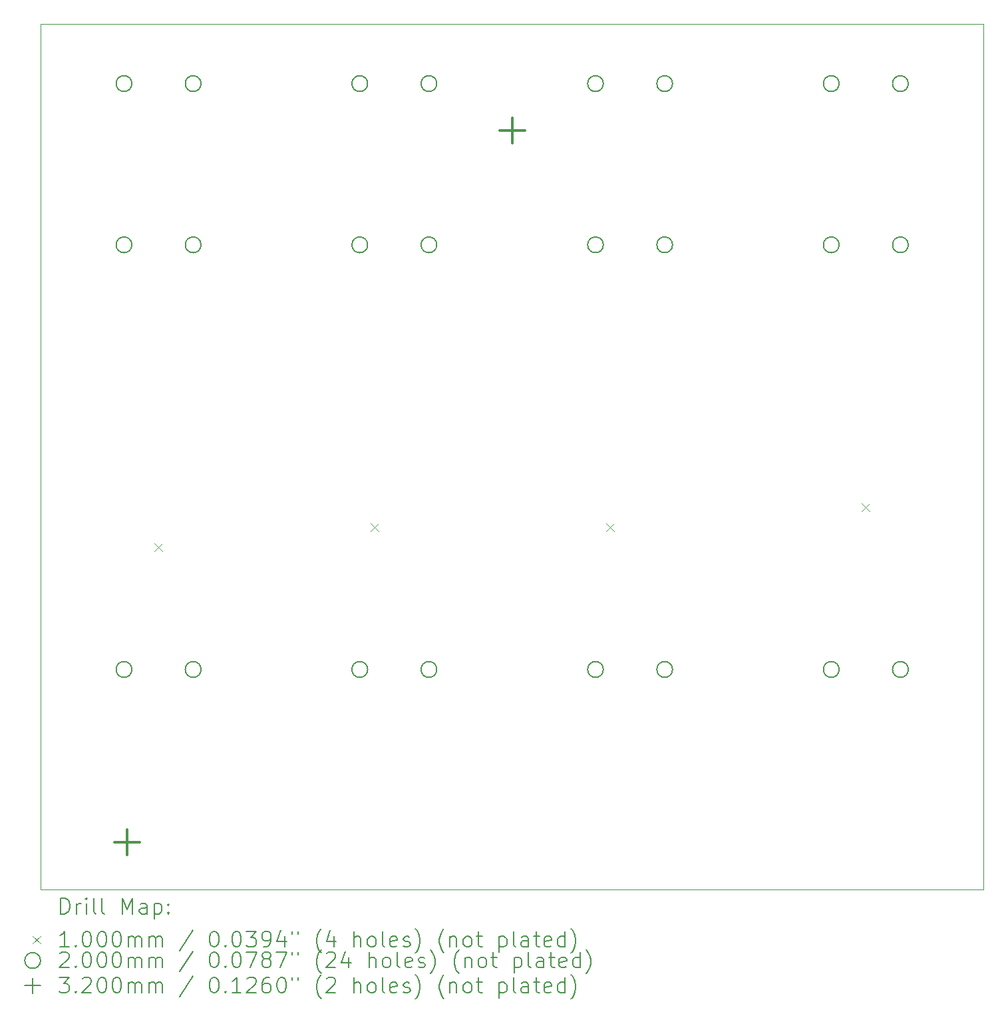
<source format=gbr>
%FSLAX45Y45*%
G04 Gerber Fmt 4.5, Leading zero omitted, Abs format (unit mm)*
G04 Created by KiCad (PCBNEW (6.0.6)) date 2022-10-26 08:52:09*
%MOMM*%
%LPD*%
G01*
G04 APERTURE LIST*
%TA.AperFunction,Profile*%
%ADD10C,0.050000*%
%TD*%
%ADD11C,0.200000*%
%ADD12C,0.100000*%
%ADD13C,0.320000*%
G04 APERTURE END LIST*
D10*
X7350000Y-3100000D02*
X19350000Y-3100000D01*
X19350000Y-3100000D02*
X19350000Y-14100000D01*
X7350000Y-3100000D02*
X7350000Y-14100000D01*
X7350000Y-14100000D02*
X19350000Y-14100000D01*
D11*
D12*
X8800000Y-9704000D02*
X8900000Y-9804000D01*
X8900000Y-9704000D02*
X8800000Y-9804000D01*
X11546000Y-9450000D02*
X11646000Y-9550000D01*
X11646000Y-9450000D02*
X11546000Y-9550000D01*
X14546000Y-9450000D02*
X14646000Y-9550000D01*
X14646000Y-9450000D02*
X14546000Y-9550000D01*
X17800000Y-9196000D02*
X17900000Y-9296000D01*
X17900000Y-9196000D02*
X17800000Y-9296000D01*
D11*
X8510000Y-3855000D02*
G75*
G03*
X8510000Y-3855000I-100000J0D01*
G01*
X8510000Y-5905000D02*
G75*
G03*
X8510000Y-5905000I-100000J0D01*
G01*
X8510000Y-11305000D02*
G75*
G03*
X8510000Y-11305000I-100000J0D01*
G01*
X9390000Y-3855000D02*
G75*
G03*
X9390000Y-3855000I-100000J0D01*
G01*
X9390000Y-5905000D02*
G75*
G03*
X9390000Y-5905000I-100000J0D01*
G01*
X9390000Y-11305000D02*
G75*
G03*
X9390000Y-11305000I-100000J0D01*
G01*
X11510000Y-3855000D02*
G75*
G03*
X11510000Y-3855000I-100000J0D01*
G01*
X11510000Y-5905000D02*
G75*
G03*
X11510000Y-5905000I-100000J0D01*
G01*
X11510000Y-11305000D02*
G75*
G03*
X11510000Y-11305000I-100000J0D01*
G01*
X12390000Y-3855000D02*
G75*
G03*
X12390000Y-3855000I-100000J0D01*
G01*
X12390000Y-5905000D02*
G75*
G03*
X12390000Y-5905000I-100000J0D01*
G01*
X12390000Y-11305000D02*
G75*
G03*
X12390000Y-11305000I-100000J0D01*
G01*
X14510000Y-3855000D02*
G75*
G03*
X14510000Y-3855000I-100000J0D01*
G01*
X14510000Y-5905000D02*
G75*
G03*
X14510000Y-5905000I-100000J0D01*
G01*
X14510000Y-11305000D02*
G75*
G03*
X14510000Y-11305000I-100000J0D01*
G01*
X15390000Y-3855000D02*
G75*
G03*
X15390000Y-3855000I-100000J0D01*
G01*
X15390000Y-5905000D02*
G75*
G03*
X15390000Y-5905000I-100000J0D01*
G01*
X15390000Y-11305000D02*
G75*
G03*
X15390000Y-11305000I-100000J0D01*
G01*
X17510000Y-3855000D02*
G75*
G03*
X17510000Y-3855000I-100000J0D01*
G01*
X17510000Y-5905000D02*
G75*
G03*
X17510000Y-5905000I-100000J0D01*
G01*
X17510000Y-11305000D02*
G75*
G03*
X17510000Y-11305000I-100000J0D01*
G01*
X18390000Y-3855000D02*
G75*
G03*
X18390000Y-3855000I-100000J0D01*
G01*
X18390000Y-5905000D02*
G75*
G03*
X18390000Y-5905000I-100000J0D01*
G01*
X18390000Y-11305000D02*
G75*
G03*
X18390000Y-11305000I-100000J0D01*
G01*
D13*
X8450000Y-13340000D02*
X8450000Y-13660000D01*
X8290000Y-13500000D02*
X8610000Y-13500000D01*
X13350000Y-4290000D02*
X13350000Y-4610000D01*
X13190000Y-4450000D02*
X13510000Y-4450000D01*
D11*
X7605119Y-14412976D02*
X7605119Y-14212976D01*
X7652738Y-14212976D01*
X7681309Y-14222500D01*
X7700357Y-14241548D01*
X7709881Y-14260595D01*
X7719405Y-14298690D01*
X7719405Y-14327262D01*
X7709881Y-14365357D01*
X7700357Y-14384405D01*
X7681309Y-14403452D01*
X7652738Y-14412976D01*
X7605119Y-14412976D01*
X7805119Y-14412976D02*
X7805119Y-14279643D01*
X7805119Y-14317738D02*
X7814643Y-14298690D01*
X7824167Y-14289167D01*
X7843214Y-14279643D01*
X7862262Y-14279643D01*
X7928928Y-14412976D02*
X7928928Y-14279643D01*
X7928928Y-14212976D02*
X7919405Y-14222500D01*
X7928928Y-14232024D01*
X7938452Y-14222500D01*
X7928928Y-14212976D01*
X7928928Y-14232024D01*
X8052738Y-14412976D02*
X8033690Y-14403452D01*
X8024167Y-14384405D01*
X8024167Y-14212976D01*
X8157500Y-14412976D02*
X8138452Y-14403452D01*
X8128928Y-14384405D01*
X8128928Y-14212976D01*
X8386071Y-14412976D02*
X8386071Y-14212976D01*
X8452738Y-14355833D01*
X8519405Y-14212976D01*
X8519405Y-14412976D01*
X8700357Y-14412976D02*
X8700357Y-14308214D01*
X8690833Y-14289167D01*
X8671786Y-14279643D01*
X8633690Y-14279643D01*
X8614643Y-14289167D01*
X8700357Y-14403452D02*
X8681310Y-14412976D01*
X8633690Y-14412976D01*
X8614643Y-14403452D01*
X8605119Y-14384405D01*
X8605119Y-14365357D01*
X8614643Y-14346309D01*
X8633690Y-14336786D01*
X8681310Y-14336786D01*
X8700357Y-14327262D01*
X8795595Y-14279643D02*
X8795595Y-14479643D01*
X8795595Y-14289167D02*
X8814643Y-14279643D01*
X8852738Y-14279643D01*
X8871786Y-14289167D01*
X8881310Y-14298690D01*
X8890833Y-14317738D01*
X8890833Y-14374881D01*
X8881310Y-14393928D01*
X8871786Y-14403452D01*
X8852738Y-14412976D01*
X8814643Y-14412976D01*
X8795595Y-14403452D01*
X8976548Y-14393928D02*
X8986071Y-14403452D01*
X8976548Y-14412976D01*
X8967024Y-14403452D01*
X8976548Y-14393928D01*
X8976548Y-14412976D01*
X8976548Y-14289167D02*
X8986071Y-14298690D01*
X8976548Y-14308214D01*
X8967024Y-14298690D01*
X8976548Y-14289167D01*
X8976548Y-14308214D01*
D12*
X7247500Y-14692500D02*
X7347500Y-14792500D01*
X7347500Y-14692500D02*
X7247500Y-14792500D01*
D11*
X7709881Y-14832976D02*
X7595595Y-14832976D01*
X7652738Y-14832976D02*
X7652738Y-14632976D01*
X7633690Y-14661548D01*
X7614643Y-14680595D01*
X7595595Y-14690119D01*
X7795595Y-14813928D02*
X7805119Y-14823452D01*
X7795595Y-14832976D01*
X7786071Y-14823452D01*
X7795595Y-14813928D01*
X7795595Y-14832976D01*
X7928928Y-14632976D02*
X7947976Y-14632976D01*
X7967024Y-14642500D01*
X7976548Y-14652024D01*
X7986071Y-14671071D01*
X7995595Y-14709167D01*
X7995595Y-14756786D01*
X7986071Y-14794881D01*
X7976548Y-14813928D01*
X7967024Y-14823452D01*
X7947976Y-14832976D01*
X7928928Y-14832976D01*
X7909881Y-14823452D01*
X7900357Y-14813928D01*
X7890833Y-14794881D01*
X7881309Y-14756786D01*
X7881309Y-14709167D01*
X7890833Y-14671071D01*
X7900357Y-14652024D01*
X7909881Y-14642500D01*
X7928928Y-14632976D01*
X8119405Y-14632976D02*
X8138452Y-14632976D01*
X8157500Y-14642500D01*
X8167024Y-14652024D01*
X8176548Y-14671071D01*
X8186071Y-14709167D01*
X8186071Y-14756786D01*
X8176548Y-14794881D01*
X8167024Y-14813928D01*
X8157500Y-14823452D01*
X8138452Y-14832976D01*
X8119405Y-14832976D01*
X8100357Y-14823452D01*
X8090833Y-14813928D01*
X8081309Y-14794881D01*
X8071786Y-14756786D01*
X8071786Y-14709167D01*
X8081309Y-14671071D01*
X8090833Y-14652024D01*
X8100357Y-14642500D01*
X8119405Y-14632976D01*
X8309881Y-14632976D02*
X8328928Y-14632976D01*
X8347976Y-14642500D01*
X8357500Y-14652024D01*
X8367024Y-14671071D01*
X8376548Y-14709167D01*
X8376548Y-14756786D01*
X8367024Y-14794881D01*
X8357500Y-14813928D01*
X8347976Y-14823452D01*
X8328928Y-14832976D01*
X8309881Y-14832976D01*
X8290833Y-14823452D01*
X8281309Y-14813928D01*
X8271786Y-14794881D01*
X8262262Y-14756786D01*
X8262262Y-14709167D01*
X8271786Y-14671071D01*
X8281309Y-14652024D01*
X8290833Y-14642500D01*
X8309881Y-14632976D01*
X8462262Y-14832976D02*
X8462262Y-14699643D01*
X8462262Y-14718690D02*
X8471786Y-14709167D01*
X8490833Y-14699643D01*
X8519405Y-14699643D01*
X8538452Y-14709167D01*
X8547976Y-14728214D01*
X8547976Y-14832976D01*
X8547976Y-14728214D02*
X8557500Y-14709167D01*
X8576548Y-14699643D01*
X8605119Y-14699643D01*
X8624167Y-14709167D01*
X8633690Y-14728214D01*
X8633690Y-14832976D01*
X8728929Y-14832976D02*
X8728929Y-14699643D01*
X8728929Y-14718690D02*
X8738452Y-14709167D01*
X8757500Y-14699643D01*
X8786071Y-14699643D01*
X8805119Y-14709167D01*
X8814643Y-14728214D01*
X8814643Y-14832976D01*
X8814643Y-14728214D02*
X8824167Y-14709167D01*
X8843214Y-14699643D01*
X8871786Y-14699643D01*
X8890833Y-14709167D01*
X8900357Y-14728214D01*
X8900357Y-14832976D01*
X9290833Y-14623452D02*
X9119405Y-14880595D01*
X9547976Y-14632976D02*
X9567024Y-14632976D01*
X9586071Y-14642500D01*
X9595595Y-14652024D01*
X9605119Y-14671071D01*
X9614643Y-14709167D01*
X9614643Y-14756786D01*
X9605119Y-14794881D01*
X9595595Y-14813928D01*
X9586071Y-14823452D01*
X9567024Y-14832976D01*
X9547976Y-14832976D01*
X9528929Y-14823452D01*
X9519405Y-14813928D01*
X9509881Y-14794881D01*
X9500357Y-14756786D01*
X9500357Y-14709167D01*
X9509881Y-14671071D01*
X9519405Y-14652024D01*
X9528929Y-14642500D01*
X9547976Y-14632976D01*
X9700357Y-14813928D02*
X9709881Y-14823452D01*
X9700357Y-14832976D01*
X9690833Y-14823452D01*
X9700357Y-14813928D01*
X9700357Y-14832976D01*
X9833690Y-14632976D02*
X9852738Y-14632976D01*
X9871786Y-14642500D01*
X9881310Y-14652024D01*
X9890833Y-14671071D01*
X9900357Y-14709167D01*
X9900357Y-14756786D01*
X9890833Y-14794881D01*
X9881310Y-14813928D01*
X9871786Y-14823452D01*
X9852738Y-14832976D01*
X9833690Y-14832976D01*
X9814643Y-14823452D01*
X9805119Y-14813928D01*
X9795595Y-14794881D01*
X9786071Y-14756786D01*
X9786071Y-14709167D01*
X9795595Y-14671071D01*
X9805119Y-14652024D01*
X9814643Y-14642500D01*
X9833690Y-14632976D01*
X9967024Y-14632976D02*
X10090833Y-14632976D01*
X10024167Y-14709167D01*
X10052738Y-14709167D01*
X10071786Y-14718690D01*
X10081310Y-14728214D01*
X10090833Y-14747262D01*
X10090833Y-14794881D01*
X10081310Y-14813928D01*
X10071786Y-14823452D01*
X10052738Y-14832976D01*
X9995595Y-14832976D01*
X9976548Y-14823452D01*
X9967024Y-14813928D01*
X10186071Y-14832976D02*
X10224167Y-14832976D01*
X10243214Y-14823452D01*
X10252738Y-14813928D01*
X10271786Y-14785357D01*
X10281310Y-14747262D01*
X10281310Y-14671071D01*
X10271786Y-14652024D01*
X10262262Y-14642500D01*
X10243214Y-14632976D01*
X10205119Y-14632976D01*
X10186071Y-14642500D01*
X10176548Y-14652024D01*
X10167024Y-14671071D01*
X10167024Y-14718690D01*
X10176548Y-14737738D01*
X10186071Y-14747262D01*
X10205119Y-14756786D01*
X10243214Y-14756786D01*
X10262262Y-14747262D01*
X10271786Y-14737738D01*
X10281310Y-14718690D01*
X10452738Y-14699643D02*
X10452738Y-14832976D01*
X10405119Y-14623452D02*
X10357500Y-14766309D01*
X10481310Y-14766309D01*
X10547976Y-14632976D02*
X10547976Y-14671071D01*
X10624167Y-14632976D02*
X10624167Y-14671071D01*
X10919405Y-14909167D02*
X10909881Y-14899643D01*
X10890833Y-14871071D01*
X10881310Y-14852024D01*
X10871786Y-14823452D01*
X10862262Y-14775833D01*
X10862262Y-14737738D01*
X10871786Y-14690119D01*
X10881310Y-14661548D01*
X10890833Y-14642500D01*
X10909881Y-14613928D01*
X10919405Y-14604405D01*
X11081310Y-14699643D02*
X11081310Y-14832976D01*
X11033690Y-14623452D02*
X10986071Y-14766309D01*
X11109881Y-14766309D01*
X11338452Y-14832976D02*
X11338452Y-14632976D01*
X11424167Y-14832976D02*
X11424167Y-14728214D01*
X11414643Y-14709167D01*
X11395595Y-14699643D01*
X11367024Y-14699643D01*
X11347976Y-14709167D01*
X11338452Y-14718690D01*
X11547976Y-14832976D02*
X11528928Y-14823452D01*
X11519405Y-14813928D01*
X11509881Y-14794881D01*
X11509881Y-14737738D01*
X11519405Y-14718690D01*
X11528928Y-14709167D01*
X11547976Y-14699643D01*
X11576548Y-14699643D01*
X11595595Y-14709167D01*
X11605119Y-14718690D01*
X11614643Y-14737738D01*
X11614643Y-14794881D01*
X11605119Y-14813928D01*
X11595595Y-14823452D01*
X11576548Y-14832976D01*
X11547976Y-14832976D01*
X11728928Y-14832976D02*
X11709881Y-14823452D01*
X11700357Y-14804405D01*
X11700357Y-14632976D01*
X11881309Y-14823452D02*
X11862262Y-14832976D01*
X11824167Y-14832976D01*
X11805119Y-14823452D01*
X11795595Y-14804405D01*
X11795595Y-14728214D01*
X11805119Y-14709167D01*
X11824167Y-14699643D01*
X11862262Y-14699643D01*
X11881309Y-14709167D01*
X11890833Y-14728214D01*
X11890833Y-14747262D01*
X11795595Y-14766309D01*
X11967024Y-14823452D02*
X11986071Y-14832976D01*
X12024167Y-14832976D01*
X12043214Y-14823452D01*
X12052738Y-14804405D01*
X12052738Y-14794881D01*
X12043214Y-14775833D01*
X12024167Y-14766309D01*
X11995595Y-14766309D01*
X11976548Y-14756786D01*
X11967024Y-14737738D01*
X11967024Y-14728214D01*
X11976548Y-14709167D01*
X11995595Y-14699643D01*
X12024167Y-14699643D01*
X12043214Y-14709167D01*
X12119405Y-14909167D02*
X12128928Y-14899643D01*
X12147976Y-14871071D01*
X12157500Y-14852024D01*
X12167024Y-14823452D01*
X12176548Y-14775833D01*
X12176548Y-14737738D01*
X12167024Y-14690119D01*
X12157500Y-14661548D01*
X12147976Y-14642500D01*
X12128928Y-14613928D01*
X12119405Y-14604405D01*
X12481309Y-14909167D02*
X12471786Y-14899643D01*
X12452738Y-14871071D01*
X12443214Y-14852024D01*
X12433690Y-14823452D01*
X12424167Y-14775833D01*
X12424167Y-14737738D01*
X12433690Y-14690119D01*
X12443214Y-14661548D01*
X12452738Y-14642500D01*
X12471786Y-14613928D01*
X12481309Y-14604405D01*
X12557500Y-14699643D02*
X12557500Y-14832976D01*
X12557500Y-14718690D02*
X12567024Y-14709167D01*
X12586071Y-14699643D01*
X12614643Y-14699643D01*
X12633690Y-14709167D01*
X12643214Y-14728214D01*
X12643214Y-14832976D01*
X12767024Y-14832976D02*
X12747976Y-14823452D01*
X12738452Y-14813928D01*
X12728928Y-14794881D01*
X12728928Y-14737738D01*
X12738452Y-14718690D01*
X12747976Y-14709167D01*
X12767024Y-14699643D01*
X12795595Y-14699643D01*
X12814643Y-14709167D01*
X12824167Y-14718690D01*
X12833690Y-14737738D01*
X12833690Y-14794881D01*
X12824167Y-14813928D01*
X12814643Y-14823452D01*
X12795595Y-14832976D01*
X12767024Y-14832976D01*
X12890833Y-14699643D02*
X12967024Y-14699643D01*
X12919405Y-14632976D02*
X12919405Y-14804405D01*
X12928928Y-14823452D01*
X12947976Y-14832976D01*
X12967024Y-14832976D01*
X13186071Y-14699643D02*
X13186071Y-14899643D01*
X13186071Y-14709167D02*
X13205119Y-14699643D01*
X13243214Y-14699643D01*
X13262262Y-14709167D01*
X13271786Y-14718690D01*
X13281309Y-14737738D01*
X13281309Y-14794881D01*
X13271786Y-14813928D01*
X13262262Y-14823452D01*
X13243214Y-14832976D01*
X13205119Y-14832976D01*
X13186071Y-14823452D01*
X13395595Y-14832976D02*
X13376548Y-14823452D01*
X13367024Y-14804405D01*
X13367024Y-14632976D01*
X13557500Y-14832976D02*
X13557500Y-14728214D01*
X13547976Y-14709167D01*
X13528928Y-14699643D01*
X13490833Y-14699643D01*
X13471786Y-14709167D01*
X13557500Y-14823452D02*
X13538452Y-14832976D01*
X13490833Y-14832976D01*
X13471786Y-14823452D01*
X13462262Y-14804405D01*
X13462262Y-14785357D01*
X13471786Y-14766309D01*
X13490833Y-14756786D01*
X13538452Y-14756786D01*
X13557500Y-14747262D01*
X13624167Y-14699643D02*
X13700357Y-14699643D01*
X13652738Y-14632976D02*
X13652738Y-14804405D01*
X13662262Y-14823452D01*
X13681309Y-14832976D01*
X13700357Y-14832976D01*
X13843214Y-14823452D02*
X13824167Y-14832976D01*
X13786071Y-14832976D01*
X13767024Y-14823452D01*
X13757500Y-14804405D01*
X13757500Y-14728214D01*
X13767024Y-14709167D01*
X13786071Y-14699643D01*
X13824167Y-14699643D01*
X13843214Y-14709167D01*
X13852738Y-14728214D01*
X13852738Y-14747262D01*
X13757500Y-14766309D01*
X14024167Y-14832976D02*
X14024167Y-14632976D01*
X14024167Y-14823452D02*
X14005119Y-14832976D01*
X13967024Y-14832976D01*
X13947976Y-14823452D01*
X13938452Y-14813928D01*
X13928928Y-14794881D01*
X13928928Y-14737738D01*
X13938452Y-14718690D01*
X13947976Y-14709167D01*
X13967024Y-14699643D01*
X14005119Y-14699643D01*
X14024167Y-14709167D01*
X14100357Y-14909167D02*
X14109881Y-14899643D01*
X14128928Y-14871071D01*
X14138452Y-14852024D01*
X14147976Y-14823452D01*
X14157500Y-14775833D01*
X14157500Y-14737738D01*
X14147976Y-14690119D01*
X14138452Y-14661548D01*
X14128928Y-14642500D01*
X14109881Y-14613928D01*
X14100357Y-14604405D01*
X7347500Y-15006500D02*
G75*
G03*
X7347500Y-15006500I-100000J0D01*
G01*
X7595595Y-14916024D02*
X7605119Y-14906500D01*
X7624167Y-14896976D01*
X7671786Y-14896976D01*
X7690833Y-14906500D01*
X7700357Y-14916024D01*
X7709881Y-14935071D01*
X7709881Y-14954119D01*
X7700357Y-14982690D01*
X7586071Y-15096976D01*
X7709881Y-15096976D01*
X7795595Y-15077928D02*
X7805119Y-15087452D01*
X7795595Y-15096976D01*
X7786071Y-15087452D01*
X7795595Y-15077928D01*
X7795595Y-15096976D01*
X7928928Y-14896976D02*
X7947976Y-14896976D01*
X7967024Y-14906500D01*
X7976548Y-14916024D01*
X7986071Y-14935071D01*
X7995595Y-14973167D01*
X7995595Y-15020786D01*
X7986071Y-15058881D01*
X7976548Y-15077928D01*
X7967024Y-15087452D01*
X7947976Y-15096976D01*
X7928928Y-15096976D01*
X7909881Y-15087452D01*
X7900357Y-15077928D01*
X7890833Y-15058881D01*
X7881309Y-15020786D01*
X7881309Y-14973167D01*
X7890833Y-14935071D01*
X7900357Y-14916024D01*
X7909881Y-14906500D01*
X7928928Y-14896976D01*
X8119405Y-14896976D02*
X8138452Y-14896976D01*
X8157500Y-14906500D01*
X8167024Y-14916024D01*
X8176548Y-14935071D01*
X8186071Y-14973167D01*
X8186071Y-15020786D01*
X8176548Y-15058881D01*
X8167024Y-15077928D01*
X8157500Y-15087452D01*
X8138452Y-15096976D01*
X8119405Y-15096976D01*
X8100357Y-15087452D01*
X8090833Y-15077928D01*
X8081309Y-15058881D01*
X8071786Y-15020786D01*
X8071786Y-14973167D01*
X8081309Y-14935071D01*
X8090833Y-14916024D01*
X8100357Y-14906500D01*
X8119405Y-14896976D01*
X8309881Y-14896976D02*
X8328928Y-14896976D01*
X8347976Y-14906500D01*
X8357500Y-14916024D01*
X8367024Y-14935071D01*
X8376548Y-14973167D01*
X8376548Y-15020786D01*
X8367024Y-15058881D01*
X8357500Y-15077928D01*
X8347976Y-15087452D01*
X8328928Y-15096976D01*
X8309881Y-15096976D01*
X8290833Y-15087452D01*
X8281309Y-15077928D01*
X8271786Y-15058881D01*
X8262262Y-15020786D01*
X8262262Y-14973167D01*
X8271786Y-14935071D01*
X8281309Y-14916024D01*
X8290833Y-14906500D01*
X8309881Y-14896976D01*
X8462262Y-15096976D02*
X8462262Y-14963643D01*
X8462262Y-14982690D02*
X8471786Y-14973167D01*
X8490833Y-14963643D01*
X8519405Y-14963643D01*
X8538452Y-14973167D01*
X8547976Y-14992214D01*
X8547976Y-15096976D01*
X8547976Y-14992214D02*
X8557500Y-14973167D01*
X8576548Y-14963643D01*
X8605119Y-14963643D01*
X8624167Y-14973167D01*
X8633690Y-14992214D01*
X8633690Y-15096976D01*
X8728929Y-15096976D02*
X8728929Y-14963643D01*
X8728929Y-14982690D02*
X8738452Y-14973167D01*
X8757500Y-14963643D01*
X8786071Y-14963643D01*
X8805119Y-14973167D01*
X8814643Y-14992214D01*
X8814643Y-15096976D01*
X8814643Y-14992214D02*
X8824167Y-14973167D01*
X8843214Y-14963643D01*
X8871786Y-14963643D01*
X8890833Y-14973167D01*
X8900357Y-14992214D01*
X8900357Y-15096976D01*
X9290833Y-14887452D02*
X9119405Y-15144595D01*
X9547976Y-14896976D02*
X9567024Y-14896976D01*
X9586071Y-14906500D01*
X9595595Y-14916024D01*
X9605119Y-14935071D01*
X9614643Y-14973167D01*
X9614643Y-15020786D01*
X9605119Y-15058881D01*
X9595595Y-15077928D01*
X9586071Y-15087452D01*
X9567024Y-15096976D01*
X9547976Y-15096976D01*
X9528929Y-15087452D01*
X9519405Y-15077928D01*
X9509881Y-15058881D01*
X9500357Y-15020786D01*
X9500357Y-14973167D01*
X9509881Y-14935071D01*
X9519405Y-14916024D01*
X9528929Y-14906500D01*
X9547976Y-14896976D01*
X9700357Y-15077928D02*
X9709881Y-15087452D01*
X9700357Y-15096976D01*
X9690833Y-15087452D01*
X9700357Y-15077928D01*
X9700357Y-15096976D01*
X9833690Y-14896976D02*
X9852738Y-14896976D01*
X9871786Y-14906500D01*
X9881310Y-14916024D01*
X9890833Y-14935071D01*
X9900357Y-14973167D01*
X9900357Y-15020786D01*
X9890833Y-15058881D01*
X9881310Y-15077928D01*
X9871786Y-15087452D01*
X9852738Y-15096976D01*
X9833690Y-15096976D01*
X9814643Y-15087452D01*
X9805119Y-15077928D01*
X9795595Y-15058881D01*
X9786071Y-15020786D01*
X9786071Y-14973167D01*
X9795595Y-14935071D01*
X9805119Y-14916024D01*
X9814643Y-14906500D01*
X9833690Y-14896976D01*
X9967024Y-14896976D02*
X10100357Y-14896976D01*
X10014643Y-15096976D01*
X10205119Y-14982690D02*
X10186071Y-14973167D01*
X10176548Y-14963643D01*
X10167024Y-14944595D01*
X10167024Y-14935071D01*
X10176548Y-14916024D01*
X10186071Y-14906500D01*
X10205119Y-14896976D01*
X10243214Y-14896976D01*
X10262262Y-14906500D01*
X10271786Y-14916024D01*
X10281310Y-14935071D01*
X10281310Y-14944595D01*
X10271786Y-14963643D01*
X10262262Y-14973167D01*
X10243214Y-14982690D01*
X10205119Y-14982690D01*
X10186071Y-14992214D01*
X10176548Y-15001738D01*
X10167024Y-15020786D01*
X10167024Y-15058881D01*
X10176548Y-15077928D01*
X10186071Y-15087452D01*
X10205119Y-15096976D01*
X10243214Y-15096976D01*
X10262262Y-15087452D01*
X10271786Y-15077928D01*
X10281310Y-15058881D01*
X10281310Y-15020786D01*
X10271786Y-15001738D01*
X10262262Y-14992214D01*
X10243214Y-14982690D01*
X10347976Y-14896976D02*
X10481310Y-14896976D01*
X10395595Y-15096976D01*
X10547976Y-14896976D02*
X10547976Y-14935071D01*
X10624167Y-14896976D02*
X10624167Y-14935071D01*
X10919405Y-15173167D02*
X10909881Y-15163643D01*
X10890833Y-15135071D01*
X10881310Y-15116024D01*
X10871786Y-15087452D01*
X10862262Y-15039833D01*
X10862262Y-15001738D01*
X10871786Y-14954119D01*
X10881310Y-14925548D01*
X10890833Y-14906500D01*
X10909881Y-14877928D01*
X10919405Y-14868405D01*
X10986071Y-14916024D02*
X10995595Y-14906500D01*
X11014643Y-14896976D01*
X11062262Y-14896976D01*
X11081310Y-14906500D01*
X11090833Y-14916024D01*
X11100357Y-14935071D01*
X11100357Y-14954119D01*
X11090833Y-14982690D01*
X10976548Y-15096976D01*
X11100357Y-15096976D01*
X11271786Y-14963643D02*
X11271786Y-15096976D01*
X11224167Y-14887452D02*
X11176548Y-15030309D01*
X11300357Y-15030309D01*
X11528928Y-15096976D02*
X11528928Y-14896976D01*
X11614643Y-15096976D02*
X11614643Y-14992214D01*
X11605119Y-14973167D01*
X11586071Y-14963643D01*
X11557500Y-14963643D01*
X11538452Y-14973167D01*
X11528928Y-14982690D01*
X11738452Y-15096976D02*
X11719405Y-15087452D01*
X11709881Y-15077928D01*
X11700357Y-15058881D01*
X11700357Y-15001738D01*
X11709881Y-14982690D01*
X11719405Y-14973167D01*
X11738452Y-14963643D01*
X11767024Y-14963643D01*
X11786071Y-14973167D01*
X11795595Y-14982690D01*
X11805119Y-15001738D01*
X11805119Y-15058881D01*
X11795595Y-15077928D01*
X11786071Y-15087452D01*
X11767024Y-15096976D01*
X11738452Y-15096976D01*
X11919405Y-15096976D02*
X11900357Y-15087452D01*
X11890833Y-15068405D01*
X11890833Y-14896976D01*
X12071786Y-15087452D02*
X12052738Y-15096976D01*
X12014643Y-15096976D01*
X11995595Y-15087452D01*
X11986071Y-15068405D01*
X11986071Y-14992214D01*
X11995595Y-14973167D01*
X12014643Y-14963643D01*
X12052738Y-14963643D01*
X12071786Y-14973167D01*
X12081309Y-14992214D01*
X12081309Y-15011262D01*
X11986071Y-15030309D01*
X12157500Y-15087452D02*
X12176548Y-15096976D01*
X12214643Y-15096976D01*
X12233690Y-15087452D01*
X12243214Y-15068405D01*
X12243214Y-15058881D01*
X12233690Y-15039833D01*
X12214643Y-15030309D01*
X12186071Y-15030309D01*
X12167024Y-15020786D01*
X12157500Y-15001738D01*
X12157500Y-14992214D01*
X12167024Y-14973167D01*
X12186071Y-14963643D01*
X12214643Y-14963643D01*
X12233690Y-14973167D01*
X12309881Y-15173167D02*
X12319405Y-15163643D01*
X12338452Y-15135071D01*
X12347976Y-15116024D01*
X12357500Y-15087452D01*
X12367024Y-15039833D01*
X12367024Y-15001738D01*
X12357500Y-14954119D01*
X12347976Y-14925548D01*
X12338452Y-14906500D01*
X12319405Y-14877928D01*
X12309881Y-14868405D01*
X12671786Y-15173167D02*
X12662262Y-15163643D01*
X12643214Y-15135071D01*
X12633690Y-15116024D01*
X12624167Y-15087452D01*
X12614643Y-15039833D01*
X12614643Y-15001738D01*
X12624167Y-14954119D01*
X12633690Y-14925548D01*
X12643214Y-14906500D01*
X12662262Y-14877928D01*
X12671786Y-14868405D01*
X12747976Y-14963643D02*
X12747976Y-15096976D01*
X12747976Y-14982690D02*
X12757500Y-14973167D01*
X12776548Y-14963643D01*
X12805119Y-14963643D01*
X12824167Y-14973167D01*
X12833690Y-14992214D01*
X12833690Y-15096976D01*
X12957500Y-15096976D02*
X12938452Y-15087452D01*
X12928928Y-15077928D01*
X12919405Y-15058881D01*
X12919405Y-15001738D01*
X12928928Y-14982690D01*
X12938452Y-14973167D01*
X12957500Y-14963643D01*
X12986071Y-14963643D01*
X13005119Y-14973167D01*
X13014643Y-14982690D01*
X13024167Y-15001738D01*
X13024167Y-15058881D01*
X13014643Y-15077928D01*
X13005119Y-15087452D01*
X12986071Y-15096976D01*
X12957500Y-15096976D01*
X13081309Y-14963643D02*
X13157500Y-14963643D01*
X13109881Y-14896976D02*
X13109881Y-15068405D01*
X13119405Y-15087452D01*
X13138452Y-15096976D01*
X13157500Y-15096976D01*
X13376548Y-14963643D02*
X13376548Y-15163643D01*
X13376548Y-14973167D02*
X13395595Y-14963643D01*
X13433690Y-14963643D01*
X13452738Y-14973167D01*
X13462262Y-14982690D01*
X13471786Y-15001738D01*
X13471786Y-15058881D01*
X13462262Y-15077928D01*
X13452738Y-15087452D01*
X13433690Y-15096976D01*
X13395595Y-15096976D01*
X13376548Y-15087452D01*
X13586071Y-15096976D02*
X13567024Y-15087452D01*
X13557500Y-15068405D01*
X13557500Y-14896976D01*
X13747976Y-15096976D02*
X13747976Y-14992214D01*
X13738452Y-14973167D01*
X13719405Y-14963643D01*
X13681309Y-14963643D01*
X13662262Y-14973167D01*
X13747976Y-15087452D02*
X13728928Y-15096976D01*
X13681309Y-15096976D01*
X13662262Y-15087452D01*
X13652738Y-15068405D01*
X13652738Y-15049357D01*
X13662262Y-15030309D01*
X13681309Y-15020786D01*
X13728928Y-15020786D01*
X13747976Y-15011262D01*
X13814643Y-14963643D02*
X13890833Y-14963643D01*
X13843214Y-14896976D02*
X13843214Y-15068405D01*
X13852738Y-15087452D01*
X13871786Y-15096976D01*
X13890833Y-15096976D01*
X14033690Y-15087452D02*
X14014643Y-15096976D01*
X13976548Y-15096976D01*
X13957500Y-15087452D01*
X13947976Y-15068405D01*
X13947976Y-14992214D01*
X13957500Y-14973167D01*
X13976548Y-14963643D01*
X14014643Y-14963643D01*
X14033690Y-14973167D01*
X14043214Y-14992214D01*
X14043214Y-15011262D01*
X13947976Y-15030309D01*
X14214643Y-15096976D02*
X14214643Y-14896976D01*
X14214643Y-15087452D02*
X14195595Y-15096976D01*
X14157500Y-15096976D01*
X14138452Y-15087452D01*
X14128928Y-15077928D01*
X14119405Y-15058881D01*
X14119405Y-15001738D01*
X14128928Y-14982690D01*
X14138452Y-14973167D01*
X14157500Y-14963643D01*
X14195595Y-14963643D01*
X14214643Y-14973167D01*
X14290833Y-15173167D02*
X14300357Y-15163643D01*
X14319405Y-15135071D01*
X14328928Y-15116024D01*
X14338452Y-15087452D01*
X14347976Y-15039833D01*
X14347976Y-15001738D01*
X14338452Y-14954119D01*
X14328928Y-14925548D01*
X14319405Y-14906500D01*
X14300357Y-14877928D01*
X14290833Y-14868405D01*
X7247500Y-15226500D02*
X7247500Y-15426500D01*
X7147500Y-15326500D02*
X7347500Y-15326500D01*
X7586071Y-15216976D02*
X7709881Y-15216976D01*
X7643214Y-15293167D01*
X7671786Y-15293167D01*
X7690833Y-15302690D01*
X7700357Y-15312214D01*
X7709881Y-15331262D01*
X7709881Y-15378881D01*
X7700357Y-15397928D01*
X7690833Y-15407452D01*
X7671786Y-15416976D01*
X7614643Y-15416976D01*
X7595595Y-15407452D01*
X7586071Y-15397928D01*
X7795595Y-15397928D02*
X7805119Y-15407452D01*
X7795595Y-15416976D01*
X7786071Y-15407452D01*
X7795595Y-15397928D01*
X7795595Y-15416976D01*
X7881309Y-15236024D02*
X7890833Y-15226500D01*
X7909881Y-15216976D01*
X7957500Y-15216976D01*
X7976548Y-15226500D01*
X7986071Y-15236024D01*
X7995595Y-15255071D01*
X7995595Y-15274119D01*
X7986071Y-15302690D01*
X7871786Y-15416976D01*
X7995595Y-15416976D01*
X8119405Y-15216976D02*
X8138452Y-15216976D01*
X8157500Y-15226500D01*
X8167024Y-15236024D01*
X8176548Y-15255071D01*
X8186071Y-15293167D01*
X8186071Y-15340786D01*
X8176548Y-15378881D01*
X8167024Y-15397928D01*
X8157500Y-15407452D01*
X8138452Y-15416976D01*
X8119405Y-15416976D01*
X8100357Y-15407452D01*
X8090833Y-15397928D01*
X8081309Y-15378881D01*
X8071786Y-15340786D01*
X8071786Y-15293167D01*
X8081309Y-15255071D01*
X8090833Y-15236024D01*
X8100357Y-15226500D01*
X8119405Y-15216976D01*
X8309881Y-15216976D02*
X8328928Y-15216976D01*
X8347976Y-15226500D01*
X8357500Y-15236024D01*
X8367024Y-15255071D01*
X8376548Y-15293167D01*
X8376548Y-15340786D01*
X8367024Y-15378881D01*
X8357500Y-15397928D01*
X8347976Y-15407452D01*
X8328928Y-15416976D01*
X8309881Y-15416976D01*
X8290833Y-15407452D01*
X8281309Y-15397928D01*
X8271786Y-15378881D01*
X8262262Y-15340786D01*
X8262262Y-15293167D01*
X8271786Y-15255071D01*
X8281309Y-15236024D01*
X8290833Y-15226500D01*
X8309881Y-15216976D01*
X8462262Y-15416976D02*
X8462262Y-15283643D01*
X8462262Y-15302690D02*
X8471786Y-15293167D01*
X8490833Y-15283643D01*
X8519405Y-15283643D01*
X8538452Y-15293167D01*
X8547976Y-15312214D01*
X8547976Y-15416976D01*
X8547976Y-15312214D02*
X8557500Y-15293167D01*
X8576548Y-15283643D01*
X8605119Y-15283643D01*
X8624167Y-15293167D01*
X8633690Y-15312214D01*
X8633690Y-15416976D01*
X8728929Y-15416976D02*
X8728929Y-15283643D01*
X8728929Y-15302690D02*
X8738452Y-15293167D01*
X8757500Y-15283643D01*
X8786071Y-15283643D01*
X8805119Y-15293167D01*
X8814643Y-15312214D01*
X8814643Y-15416976D01*
X8814643Y-15312214D02*
X8824167Y-15293167D01*
X8843214Y-15283643D01*
X8871786Y-15283643D01*
X8890833Y-15293167D01*
X8900357Y-15312214D01*
X8900357Y-15416976D01*
X9290833Y-15207452D02*
X9119405Y-15464595D01*
X9547976Y-15216976D02*
X9567024Y-15216976D01*
X9586071Y-15226500D01*
X9595595Y-15236024D01*
X9605119Y-15255071D01*
X9614643Y-15293167D01*
X9614643Y-15340786D01*
X9605119Y-15378881D01*
X9595595Y-15397928D01*
X9586071Y-15407452D01*
X9567024Y-15416976D01*
X9547976Y-15416976D01*
X9528929Y-15407452D01*
X9519405Y-15397928D01*
X9509881Y-15378881D01*
X9500357Y-15340786D01*
X9500357Y-15293167D01*
X9509881Y-15255071D01*
X9519405Y-15236024D01*
X9528929Y-15226500D01*
X9547976Y-15216976D01*
X9700357Y-15397928D02*
X9709881Y-15407452D01*
X9700357Y-15416976D01*
X9690833Y-15407452D01*
X9700357Y-15397928D01*
X9700357Y-15416976D01*
X9900357Y-15416976D02*
X9786071Y-15416976D01*
X9843214Y-15416976D02*
X9843214Y-15216976D01*
X9824167Y-15245548D01*
X9805119Y-15264595D01*
X9786071Y-15274119D01*
X9976548Y-15236024D02*
X9986071Y-15226500D01*
X10005119Y-15216976D01*
X10052738Y-15216976D01*
X10071786Y-15226500D01*
X10081310Y-15236024D01*
X10090833Y-15255071D01*
X10090833Y-15274119D01*
X10081310Y-15302690D01*
X9967024Y-15416976D01*
X10090833Y-15416976D01*
X10262262Y-15216976D02*
X10224167Y-15216976D01*
X10205119Y-15226500D01*
X10195595Y-15236024D01*
X10176548Y-15264595D01*
X10167024Y-15302690D01*
X10167024Y-15378881D01*
X10176548Y-15397928D01*
X10186071Y-15407452D01*
X10205119Y-15416976D01*
X10243214Y-15416976D01*
X10262262Y-15407452D01*
X10271786Y-15397928D01*
X10281310Y-15378881D01*
X10281310Y-15331262D01*
X10271786Y-15312214D01*
X10262262Y-15302690D01*
X10243214Y-15293167D01*
X10205119Y-15293167D01*
X10186071Y-15302690D01*
X10176548Y-15312214D01*
X10167024Y-15331262D01*
X10405119Y-15216976D02*
X10424167Y-15216976D01*
X10443214Y-15226500D01*
X10452738Y-15236024D01*
X10462262Y-15255071D01*
X10471786Y-15293167D01*
X10471786Y-15340786D01*
X10462262Y-15378881D01*
X10452738Y-15397928D01*
X10443214Y-15407452D01*
X10424167Y-15416976D01*
X10405119Y-15416976D01*
X10386071Y-15407452D01*
X10376548Y-15397928D01*
X10367024Y-15378881D01*
X10357500Y-15340786D01*
X10357500Y-15293167D01*
X10367024Y-15255071D01*
X10376548Y-15236024D01*
X10386071Y-15226500D01*
X10405119Y-15216976D01*
X10547976Y-15216976D02*
X10547976Y-15255071D01*
X10624167Y-15216976D02*
X10624167Y-15255071D01*
X10919405Y-15493167D02*
X10909881Y-15483643D01*
X10890833Y-15455071D01*
X10881310Y-15436024D01*
X10871786Y-15407452D01*
X10862262Y-15359833D01*
X10862262Y-15321738D01*
X10871786Y-15274119D01*
X10881310Y-15245548D01*
X10890833Y-15226500D01*
X10909881Y-15197928D01*
X10919405Y-15188405D01*
X10986071Y-15236024D02*
X10995595Y-15226500D01*
X11014643Y-15216976D01*
X11062262Y-15216976D01*
X11081310Y-15226500D01*
X11090833Y-15236024D01*
X11100357Y-15255071D01*
X11100357Y-15274119D01*
X11090833Y-15302690D01*
X10976548Y-15416976D01*
X11100357Y-15416976D01*
X11338452Y-15416976D02*
X11338452Y-15216976D01*
X11424167Y-15416976D02*
X11424167Y-15312214D01*
X11414643Y-15293167D01*
X11395595Y-15283643D01*
X11367024Y-15283643D01*
X11347976Y-15293167D01*
X11338452Y-15302690D01*
X11547976Y-15416976D02*
X11528928Y-15407452D01*
X11519405Y-15397928D01*
X11509881Y-15378881D01*
X11509881Y-15321738D01*
X11519405Y-15302690D01*
X11528928Y-15293167D01*
X11547976Y-15283643D01*
X11576548Y-15283643D01*
X11595595Y-15293167D01*
X11605119Y-15302690D01*
X11614643Y-15321738D01*
X11614643Y-15378881D01*
X11605119Y-15397928D01*
X11595595Y-15407452D01*
X11576548Y-15416976D01*
X11547976Y-15416976D01*
X11728928Y-15416976D02*
X11709881Y-15407452D01*
X11700357Y-15388405D01*
X11700357Y-15216976D01*
X11881309Y-15407452D02*
X11862262Y-15416976D01*
X11824167Y-15416976D01*
X11805119Y-15407452D01*
X11795595Y-15388405D01*
X11795595Y-15312214D01*
X11805119Y-15293167D01*
X11824167Y-15283643D01*
X11862262Y-15283643D01*
X11881309Y-15293167D01*
X11890833Y-15312214D01*
X11890833Y-15331262D01*
X11795595Y-15350309D01*
X11967024Y-15407452D02*
X11986071Y-15416976D01*
X12024167Y-15416976D01*
X12043214Y-15407452D01*
X12052738Y-15388405D01*
X12052738Y-15378881D01*
X12043214Y-15359833D01*
X12024167Y-15350309D01*
X11995595Y-15350309D01*
X11976548Y-15340786D01*
X11967024Y-15321738D01*
X11967024Y-15312214D01*
X11976548Y-15293167D01*
X11995595Y-15283643D01*
X12024167Y-15283643D01*
X12043214Y-15293167D01*
X12119405Y-15493167D02*
X12128928Y-15483643D01*
X12147976Y-15455071D01*
X12157500Y-15436024D01*
X12167024Y-15407452D01*
X12176548Y-15359833D01*
X12176548Y-15321738D01*
X12167024Y-15274119D01*
X12157500Y-15245548D01*
X12147976Y-15226500D01*
X12128928Y-15197928D01*
X12119405Y-15188405D01*
X12481309Y-15493167D02*
X12471786Y-15483643D01*
X12452738Y-15455071D01*
X12443214Y-15436024D01*
X12433690Y-15407452D01*
X12424167Y-15359833D01*
X12424167Y-15321738D01*
X12433690Y-15274119D01*
X12443214Y-15245548D01*
X12452738Y-15226500D01*
X12471786Y-15197928D01*
X12481309Y-15188405D01*
X12557500Y-15283643D02*
X12557500Y-15416976D01*
X12557500Y-15302690D02*
X12567024Y-15293167D01*
X12586071Y-15283643D01*
X12614643Y-15283643D01*
X12633690Y-15293167D01*
X12643214Y-15312214D01*
X12643214Y-15416976D01*
X12767024Y-15416976D02*
X12747976Y-15407452D01*
X12738452Y-15397928D01*
X12728928Y-15378881D01*
X12728928Y-15321738D01*
X12738452Y-15302690D01*
X12747976Y-15293167D01*
X12767024Y-15283643D01*
X12795595Y-15283643D01*
X12814643Y-15293167D01*
X12824167Y-15302690D01*
X12833690Y-15321738D01*
X12833690Y-15378881D01*
X12824167Y-15397928D01*
X12814643Y-15407452D01*
X12795595Y-15416976D01*
X12767024Y-15416976D01*
X12890833Y-15283643D02*
X12967024Y-15283643D01*
X12919405Y-15216976D02*
X12919405Y-15388405D01*
X12928928Y-15407452D01*
X12947976Y-15416976D01*
X12967024Y-15416976D01*
X13186071Y-15283643D02*
X13186071Y-15483643D01*
X13186071Y-15293167D02*
X13205119Y-15283643D01*
X13243214Y-15283643D01*
X13262262Y-15293167D01*
X13271786Y-15302690D01*
X13281309Y-15321738D01*
X13281309Y-15378881D01*
X13271786Y-15397928D01*
X13262262Y-15407452D01*
X13243214Y-15416976D01*
X13205119Y-15416976D01*
X13186071Y-15407452D01*
X13395595Y-15416976D02*
X13376548Y-15407452D01*
X13367024Y-15388405D01*
X13367024Y-15216976D01*
X13557500Y-15416976D02*
X13557500Y-15312214D01*
X13547976Y-15293167D01*
X13528928Y-15283643D01*
X13490833Y-15283643D01*
X13471786Y-15293167D01*
X13557500Y-15407452D02*
X13538452Y-15416976D01*
X13490833Y-15416976D01*
X13471786Y-15407452D01*
X13462262Y-15388405D01*
X13462262Y-15369357D01*
X13471786Y-15350309D01*
X13490833Y-15340786D01*
X13538452Y-15340786D01*
X13557500Y-15331262D01*
X13624167Y-15283643D02*
X13700357Y-15283643D01*
X13652738Y-15216976D02*
X13652738Y-15388405D01*
X13662262Y-15407452D01*
X13681309Y-15416976D01*
X13700357Y-15416976D01*
X13843214Y-15407452D02*
X13824167Y-15416976D01*
X13786071Y-15416976D01*
X13767024Y-15407452D01*
X13757500Y-15388405D01*
X13757500Y-15312214D01*
X13767024Y-15293167D01*
X13786071Y-15283643D01*
X13824167Y-15283643D01*
X13843214Y-15293167D01*
X13852738Y-15312214D01*
X13852738Y-15331262D01*
X13757500Y-15350309D01*
X14024167Y-15416976D02*
X14024167Y-15216976D01*
X14024167Y-15407452D02*
X14005119Y-15416976D01*
X13967024Y-15416976D01*
X13947976Y-15407452D01*
X13938452Y-15397928D01*
X13928928Y-15378881D01*
X13928928Y-15321738D01*
X13938452Y-15302690D01*
X13947976Y-15293167D01*
X13967024Y-15283643D01*
X14005119Y-15283643D01*
X14024167Y-15293167D01*
X14100357Y-15493167D02*
X14109881Y-15483643D01*
X14128928Y-15455071D01*
X14138452Y-15436024D01*
X14147976Y-15407452D01*
X14157500Y-15359833D01*
X14157500Y-15321738D01*
X14147976Y-15274119D01*
X14138452Y-15245548D01*
X14128928Y-15226500D01*
X14109881Y-15197928D01*
X14100357Y-15188405D01*
M02*

</source>
